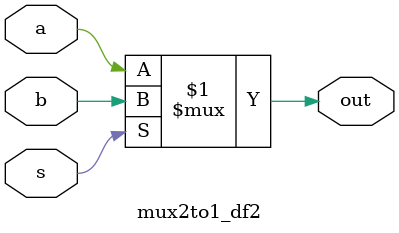
<source format=v>
module mux2to1_df2(a, b, s, out);
    input a, b, s;
    output out;
    assign out = s ? b:a;
endmodule
</source>
